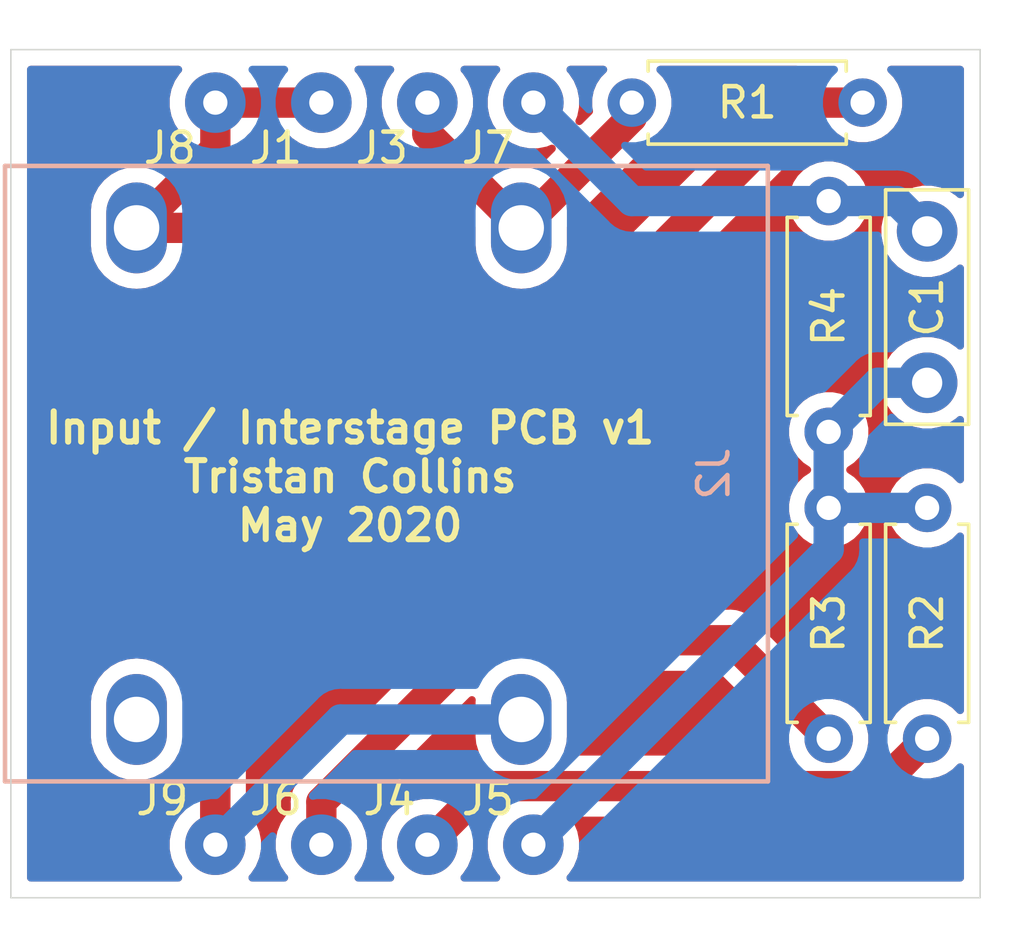
<source format=kicad_pcb>
(kicad_pcb (version 20171130) (host pcbnew "(5.1.5-0-10_14)")

  (general
    (thickness 1.6)
    (drawings 7)
    (tracks 34)
    (zones 0)
    (modules 14)
    (nets 7)
  )

  (page A4)
  (layers
    (0 F.Cu signal)
    (31 B.Cu signal)
    (32 B.Adhes user)
    (33 F.Adhes user)
    (34 B.Paste user)
    (35 F.Paste user)
    (36 B.SilkS user)
    (37 F.SilkS user)
    (38 B.Mask user)
    (39 F.Mask user)
    (40 Dwgs.User user)
    (41 Cmts.User user hide)
    (42 Eco1.User user)
    (43 Eco2.User user)
    (44 Edge.Cuts user)
    (45 Margin user)
    (46 B.CrtYd user)
    (47 F.CrtYd user)
    (48 B.Fab user)
    (49 F.Fab user)
  )

  (setup
    (last_trace_width 0.25)
    (user_trace_width 1)
    (trace_clearance 0.2)
    (zone_clearance 0.508)
    (zone_45_only no)
    (trace_min 0.2)
    (via_size 0.8)
    (via_drill 0.4)
    (via_min_size 0.4)
    (via_min_drill 0.3)
    (uvia_size 0.3)
    (uvia_drill 0.1)
    (uvias_allowed no)
    (uvia_min_size 0.2)
    (uvia_min_drill 0.1)
    (edge_width 0.05)
    (segment_width 0.2)
    (pcb_text_width 0.3)
    (pcb_text_size 1.5 1.5)
    (mod_edge_width 0.12)
    (mod_text_size 1 1)
    (mod_text_width 0.15)
    (pad_size 1.524 1.524)
    (pad_drill 0.762)
    (pad_to_mask_clearance 0.051)
    (solder_mask_min_width 0.25)
    (aux_axis_origin 0 0)
    (visible_elements FFFDFF7F)
    (pcbplotparams
      (layerselection 0x010fc_ffffffff)
      (usegerberextensions false)
      (usegerberattributes false)
      (usegerberadvancedattributes false)
      (creategerberjobfile false)
      (excludeedgelayer true)
      (linewidth 0.100000)
      (plotframeref false)
      (viasonmask false)
      (mode 1)
      (useauxorigin false)
      (hpglpennumber 1)
      (hpglpenspeed 20)
      (hpglpendiameter 15.000000)
      (psnegative false)
      (psa4output false)
      (plotreference true)
      (plotvalue false)
      (plotinvisibletext false)
      (padsonsilk false)
      (subtractmaskfromsilk false)
      (outputformat 1)
      (mirror false)
      (drillshape 0)
      (scaleselection 1)
      (outputdirectory "Gerbers"))
  )

  (net 0 "")
  (net 1 "Net-(C1-Pad1)")
  (net 2 "Net-(C1-Pad2)")
  (net 3 "Net-(J1-Pad1)")
  (net 4 "Net-(J2-PadT)")
  (net 5 "Net-(J4-Pad1)")
  (net 6 "Net-(J6-Pad1)")

  (net_class Default "This is the default net class."
    (clearance 0.2)
    (trace_width 0.25)
    (via_dia 0.8)
    (via_drill 0.4)
    (uvia_dia 0.3)
    (uvia_drill 0.1)
    (add_net "Net-(C1-Pad1)")
    (add_net "Net-(C1-Pad2)")
    (add_net "Net-(J1-Pad1)")
    (add_net "Net-(J2-PadT)")
    (add_net "Net-(J4-Pad1)")
    (add_net "Net-(J6-Pad1)")
  )

  (module Connector_Wire:SolderWirePad_1x01_Drill0.8mm (layer F.Cu) (tedit 5A2676A0) (tstamp 5EC59A50)
    (at 151.25 87.25 180)
    (descr "Wire solder connection")
    (tags connector)
    (path /5EC5EEC5)
    (attr virtual)
    (fp_text reference J7 (at 1.5 -1.5) (layer F.SilkS)
      (effects (font (size 1 1) (thickness 0.15)))
    )
    (fp_text value Conn_01x01_Male (at 0 2.54) (layer F.Fab)
      (effects (font (size 1 1) (thickness 0.15)))
    )
    (fp_line (start 1.5 1.5) (end -1.5 1.5) (layer F.CrtYd) (width 0.05))
    (fp_line (start 1.5 1.5) (end 1.5 -1.5) (layer F.CrtYd) (width 0.05))
    (fp_line (start -1.5 -1.5) (end -1.5 1.5) (layer F.CrtYd) (width 0.05))
    (fp_line (start -1.5 -1.5) (end 1.5 -1.5) (layer F.CrtYd) (width 0.05))
    (fp_text user %R (at 0 0) (layer F.Fab)
      (effects (font (size 1 1) (thickness 0.15)))
    )
    (pad 1 thru_hole circle (at 0 0 180) (size 1.99898 1.99898) (drill 0.8001) (layers *.Cu *.Mask)
      (net 1 "Net-(C1-Pad1)"))
  )

  (module Connector_Wire:SolderWirePad_1x01_Drill0.8mm (layer F.Cu) (tedit 5A2676A0) (tstamp 5EC585B5)
    (at 144.25 87.25)
    (descr "Wire solder connection")
    (tags connector)
    (path /5EC5936E)
    (attr virtual)
    (fp_text reference J1 (at -1.5 1.5) (layer F.SilkS)
      (effects (font (size 1 1) (thickness 0.15)))
    )
    (fp_text value Conn_01x01_Male (at 0 2.54) (layer F.Fab)
      (effects (font (size 1 1) (thickness 0.15)))
    )
    (fp_text user %R (at 0 0) (layer F.Fab)
      (effects (font (size 1 1) (thickness 0.15)))
    )
    (fp_line (start -1.5 -1.5) (end 1.5 -1.5) (layer F.CrtYd) (width 0.05))
    (fp_line (start -1.5 -1.5) (end -1.5 1.5) (layer F.CrtYd) (width 0.05))
    (fp_line (start 1.5 1.5) (end 1.5 -1.5) (layer F.CrtYd) (width 0.05))
    (fp_line (start 1.5 1.5) (end -1.5 1.5) (layer F.CrtYd) (width 0.05))
    (pad 1 thru_hole circle (at 0 0) (size 1.99898 1.99898) (drill 0.8001) (layers *.Cu *.Mask)
      (net 3 "Net-(J1-Pad1)"))
  )

  (module Resistor_THT:R_Axial_DIN0207_L6.3mm_D2.5mm_P7.62mm_Horizontal (layer F.Cu) (tedit 5AE5139B) (tstamp 5D965D2F)
    (at 164.25 108.25 90)
    (descr "Resistor, Axial_DIN0207 series, Axial, Horizontal, pin pitch=7.62mm, 0.25W = 1/4W, length*diameter=6.3*2.5mm^2, http://cdn-reichelt.de/documents/datenblatt/B400/1_4W%23YAG.pdf")
    (tags "Resistor Axial_DIN0207 series Axial Horizontal pin pitch 7.62mm 0.25W = 1/4W length 6.3mm diameter 2.5mm")
    (path /5D9472A8)
    (fp_text reference R2 (at 3.81 0 270) (layer F.SilkS)
      (effects (font (size 1 1) (thickness 0.15)))
    )
    (fp_text value 470k (at 3.81 2.37 270) (layer F.Fab)
      (effects (font (size 1 1) (thickness 0.15)))
    )
    (fp_text user %R (at 3.81 0 270) (layer F.Fab)
      (effects (font (size 1 1) (thickness 0.15)))
    )
    (fp_line (start 8.67 -1.5) (end -1.05 -1.5) (layer F.CrtYd) (width 0.05))
    (fp_line (start 8.67 1.5) (end 8.67 -1.5) (layer F.CrtYd) (width 0.05))
    (fp_line (start -1.05 1.5) (end 8.67 1.5) (layer F.CrtYd) (width 0.05))
    (fp_line (start -1.05 -1.5) (end -1.05 1.5) (layer F.CrtYd) (width 0.05))
    (fp_line (start 7.08 1.37) (end 7.08 1.04) (layer F.SilkS) (width 0.12))
    (fp_line (start 0.54 1.37) (end 7.08 1.37) (layer F.SilkS) (width 0.12))
    (fp_line (start 0.54 1.04) (end 0.54 1.37) (layer F.SilkS) (width 0.12))
    (fp_line (start 7.08 -1.37) (end 7.08 -1.04) (layer F.SilkS) (width 0.12))
    (fp_line (start 0.54 -1.37) (end 7.08 -1.37) (layer F.SilkS) (width 0.12))
    (fp_line (start 0.54 -1.04) (end 0.54 -1.37) (layer F.SilkS) (width 0.12))
    (fp_line (start 7.62 0) (end 6.96 0) (layer F.Fab) (width 0.1))
    (fp_line (start 0 0) (end 0.66 0) (layer F.Fab) (width 0.1))
    (fp_line (start 6.96 -1.25) (end 0.66 -1.25) (layer F.Fab) (width 0.1))
    (fp_line (start 6.96 1.25) (end 6.96 -1.25) (layer F.Fab) (width 0.1))
    (fp_line (start 0.66 1.25) (end 6.96 1.25) (layer F.Fab) (width 0.1))
    (fp_line (start 0.66 -1.25) (end 0.66 1.25) (layer F.Fab) (width 0.1))
    (pad 2 thru_hole oval (at 7.62 0 90) (size 1.6 1.6) (drill 0.8) (layers *.Cu *.Mask)
      (net 2 "Net-(C1-Pad2)"))
    (pad 1 thru_hole circle (at 0 0 90) (size 1.6 1.6) (drill 0.8) (layers *.Cu *.Mask)
      (net 5 "Net-(J4-Pad1)"))
    (model ${KISYS3DMOD}/Resistor_THT.3dshapes/R_Axial_DIN0207_L6.3mm_D2.5mm_P7.62mm_Horizontal.wrl
      (at (xyz 0 0 0))
      (scale (xyz 1 1 1))
      (rotate (xyz 0 0 0))
    )
  )

  (module Resistor_THT:R_Axial_DIN0207_L6.3mm_D2.5mm_P7.62mm_Horizontal (layer F.Cu) (tedit 5AE5139B) (tstamp 5D94A327)
    (at 161 108.25 90)
    (descr "Resistor, Axial_DIN0207 series, Axial, Horizontal, pin pitch=7.62mm, 0.25W = 1/4W, length*diameter=6.3*2.5mm^2, http://cdn-reichelt.de/documents/datenblatt/B400/1_4W%23YAG.pdf")
    (tags "Resistor Axial_DIN0207 series Axial Horizontal pin pitch 7.62mm 0.25W = 1/4W length 6.3mm diameter 2.5mm")
    (path /5D946ADB)
    (fp_text reference R3 (at 3.81 0 90) (layer F.SilkS)
      (effects (font (size 1 1) (thickness 0.15)))
    )
    (fp_text value 470k (at 3.81 2.37 90) (layer F.Fab)
      (effects (font (size 1 1) (thickness 0.15)))
    )
    (fp_line (start 0.66 -1.25) (end 0.66 1.25) (layer F.Fab) (width 0.1))
    (fp_line (start 0.66 1.25) (end 6.96 1.25) (layer F.Fab) (width 0.1))
    (fp_line (start 6.96 1.25) (end 6.96 -1.25) (layer F.Fab) (width 0.1))
    (fp_line (start 6.96 -1.25) (end 0.66 -1.25) (layer F.Fab) (width 0.1))
    (fp_line (start 0 0) (end 0.66 0) (layer F.Fab) (width 0.1))
    (fp_line (start 7.62 0) (end 6.96 0) (layer F.Fab) (width 0.1))
    (fp_line (start 0.54 -1.04) (end 0.54 -1.37) (layer F.SilkS) (width 0.12))
    (fp_line (start 0.54 -1.37) (end 7.08 -1.37) (layer F.SilkS) (width 0.12))
    (fp_line (start 7.08 -1.37) (end 7.08 -1.04) (layer F.SilkS) (width 0.12))
    (fp_line (start 0.54 1.04) (end 0.54 1.37) (layer F.SilkS) (width 0.12))
    (fp_line (start 0.54 1.37) (end 7.08 1.37) (layer F.SilkS) (width 0.12))
    (fp_line (start 7.08 1.37) (end 7.08 1.04) (layer F.SilkS) (width 0.12))
    (fp_line (start -1.05 -1.5) (end -1.05 1.5) (layer F.CrtYd) (width 0.05))
    (fp_line (start -1.05 1.5) (end 8.67 1.5) (layer F.CrtYd) (width 0.05))
    (fp_line (start 8.67 1.5) (end 8.67 -1.5) (layer F.CrtYd) (width 0.05))
    (fp_line (start 8.67 -1.5) (end -1.05 -1.5) (layer F.CrtYd) (width 0.05))
    (fp_text user %R (at 3.81 0 90) (layer F.Fab)
      (effects (font (size 1 1) (thickness 0.15)))
    )
    (pad 1 thru_hole circle (at 0 0 90) (size 1.6 1.6) (drill 0.8) (layers *.Cu *.Mask)
      (net 6 "Net-(J6-Pad1)"))
    (pad 2 thru_hole oval (at 7.62 0 90) (size 1.6 1.6) (drill 0.8) (layers *.Cu *.Mask)
      (net 2 "Net-(C1-Pad2)"))
    (model ${KISYS3DMOD}/Resistor_THT.3dshapes/R_Axial_DIN0207_L6.3mm_D2.5mm_P7.62mm_Horizontal.wrl
      (at (xyz 0 0 0))
      (scale (xyz 1 1 1))
      (rotate (xyz 0 0 0))
    )
  )

  (module Resistor_THT:R_Axial_DIN0207_L6.3mm_D2.5mm_P7.62mm_Horizontal (layer F.Cu) (tedit 5AE5139B) (tstamp 5D94A33E)
    (at 161 90.5 270)
    (descr "Resistor, Axial_DIN0207 series, Axial, Horizontal, pin pitch=7.62mm, 0.25W = 1/4W, length*diameter=6.3*2.5mm^2, http://cdn-reichelt.de/documents/datenblatt/B400/1_4W%23YAG.pdf")
    (tags "Resistor Axial_DIN0207 series Axial Horizontal pin pitch 7.62mm 0.25W = 1/4W length 6.3mm diameter 2.5mm")
    (path /5D946049)
    (fp_text reference R4 (at 3.81 0 90) (layer F.SilkS)
      (effects (font (size 1 1) (thickness 0.15)))
    )
    (fp_text value 470k (at 3.81 2.37 90) (layer F.Fab)
      (effects (font (size 1 1) (thickness 0.15)))
    )
    (fp_text user %R (at 3.81 0 90) (layer F.Fab)
      (effects (font (size 1 1) (thickness 0.15)))
    )
    (fp_line (start 8.67 -1.5) (end -1.05 -1.5) (layer F.CrtYd) (width 0.05))
    (fp_line (start 8.67 1.5) (end 8.67 -1.5) (layer F.CrtYd) (width 0.05))
    (fp_line (start -1.05 1.5) (end 8.67 1.5) (layer F.CrtYd) (width 0.05))
    (fp_line (start -1.05 -1.5) (end -1.05 1.5) (layer F.CrtYd) (width 0.05))
    (fp_line (start 7.08 1.37) (end 7.08 1.04) (layer F.SilkS) (width 0.12))
    (fp_line (start 0.54 1.37) (end 7.08 1.37) (layer F.SilkS) (width 0.12))
    (fp_line (start 0.54 1.04) (end 0.54 1.37) (layer F.SilkS) (width 0.12))
    (fp_line (start 7.08 -1.37) (end 7.08 -1.04) (layer F.SilkS) (width 0.12))
    (fp_line (start 0.54 -1.37) (end 7.08 -1.37) (layer F.SilkS) (width 0.12))
    (fp_line (start 0.54 -1.04) (end 0.54 -1.37) (layer F.SilkS) (width 0.12))
    (fp_line (start 7.62 0) (end 6.96 0) (layer F.Fab) (width 0.1))
    (fp_line (start 0 0) (end 0.66 0) (layer F.Fab) (width 0.1))
    (fp_line (start 6.96 -1.25) (end 0.66 -1.25) (layer F.Fab) (width 0.1))
    (fp_line (start 6.96 1.25) (end 6.96 -1.25) (layer F.Fab) (width 0.1))
    (fp_line (start 0.66 1.25) (end 6.96 1.25) (layer F.Fab) (width 0.1))
    (fp_line (start 0.66 -1.25) (end 0.66 1.25) (layer F.Fab) (width 0.1))
    (pad 2 thru_hole oval (at 7.62 0 270) (size 1.6 1.6) (drill 0.8) (layers *.Cu *.Mask)
      (net 2 "Net-(C1-Pad2)"))
    (pad 1 thru_hole circle (at 0 0 270) (size 1.6 1.6) (drill 0.8) (layers *.Cu *.Mask)
      (net 1 "Net-(C1-Pad1)"))
    (model ${KISYS3DMOD}/Resistor_THT.3dshapes/R_Axial_DIN0207_L6.3mm_D2.5mm_P7.62mm_Horizontal.wrl
      (at (xyz 0 0 0))
      (scale (xyz 1 1 1))
      (rotate (xyz 0 0 0))
    )
  )

  (module Connector_Wire:SolderWirePad_1x01_Drill0.8mm (layer F.Cu) (tedit 5A2676A0) (tstamp 5EC585BE)
    (at 147.75 87.25)
    (descr "Wire solder connection")
    (tags connector)
    (path /5EC5B131)
    (attr virtual)
    (fp_text reference J3 (at -1.5 1.5) (layer F.SilkS)
      (effects (font (size 1 1) (thickness 0.15)))
    )
    (fp_text value Conn_01x01_Male (at 0 2.54) (layer F.Fab)
      (effects (font (size 1 1) (thickness 0.15)))
    )
    (fp_line (start 1.5 1.5) (end -1.5 1.5) (layer F.CrtYd) (width 0.05))
    (fp_line (start 1.5 1.5) (end 1.5 -1.5) (layer F.CrtYd) (width 0.05))
    (fp_line (start -1.5 -1.5) (end -1.5 1.5) (layer F.CrtYd) (width 0.05))
    (fp_line (start -1.5 -1.5) (end 1.5 -1.5) (layer F.CrtYd) (width 0.05))
    (fp_text user %R (at 0 0) (layer F.Fab)
      (effects (font (size 1 1) (thickness 0.15)))
    )
    (pad 1 thru_hole circle (at 0 0) (size 1.99898 1.99898) (drill 0.8001) (layers *.Cu *.Mask)
      (net 4 "Net-(J2-PadT)"))
  )

  (module TCcustom:GuitarJack (layer B.Cu) (tedit 5D9F8910) (tstamp 5D965B8C)
    (at 144.5 99.5 180)
    (path /5D93B20C)
    (fp_text reference J2 (at -12.7 0 90) (layer B.SilkS)
      (effects (font (size 1 1) (thickness 0.15)) (justify mirror))
    )
    (fp_text value AudioJack2_Switch (at 0 0 180) (layer B.Fab)
      (effects (font (size 1 1) (thickness 0.15)) (justify mirror))
    )
    (fp_line (start -14.4907 -10.16) (end 10.6934 -10.16) (layer B.SilkS) (width 0.15))
    (fp_line (start 10.6934 -10.16) (end 10.6934 10.16) (layer B.SilkS) (width 0.15))
    (fp_line (start -14.4907 10.16) (end -14.49578 -10.16) (layer B.SilkS) (width 0.15))
    (fp_line (start -14.605 10.25) (end 10.834 10.25) (layer B.CrtYd) (width 0.05))
    (fp_line (start 10.834 10.25) (end 10.834 -10.25) (layer B.CrtYd) (width 0.05))
    (fp_line (start 10.834 -10.25) (end -14.605 -10.25) (layer B.CrtYd) (width 0.05))
    (fp_line (start -14.605 -10.25) (end -14.605 10.25) (layer B.CrtYd) (width 0.05))
    (fp_line (start -14.4907 10.16) (end 10.6934 10.16) (layer B.SilkS) (width 0.15))
    (pad T thru_hole oval (at -6.35 8.115 180) (size 2 3) (drill 1.5) (layers *.Cu *.Mask)
      (net 4 "Net-(J2-PadT)"))
    (pad TN thru_hole oval (at -6.35 -8.115 180) (size 2 3) (drill 1.5) (layers *.Cu *.Mask)
      (net 3 "Net-(J1-Pad1)"))
    (pad S thru_hole oval (at 6.35 8.115 180) (size 2 3) (drill 1.5) (layers *.Cu *.Mask)
      (net 3 "Net-(J1-Pad1)"))
    (pad SN thru_hole oval (at 6.35 -8.115 180) (size 2 3) (drill 1.5) (layers *.Cu *.Mask))
  )

  (module Resistor_THT:R_Axial_DIN0207_L6.3mm_D2.5mm_P7.62mm_Horizontal (layer F.Cu) (tedit 5AE5139B) (tstamp 5D94A2F9)
    (at 154.5 87.25)
    (descr "Resistor, Axial_DIN0207 series, Axial, Horizontal, pin pitch=7.62mm, 0.25W = 1/4W, length*diameter=6.3*2.5mm^2, http://cdn-reichelt.de/documents/datenblatt/B400/1_4W%23YAG.pdf")
    (tags "Resistor Axial_DIN0207 series Axial Horizontal pin pitch 7.62mm 0.25W = 1/4W length 6.3mm diameter 2.5mm")
    (path /5D93C431)
    (fp_text reference R1 (at 3.81 0 180) (layer F.SilkS)
      (effects (font (size 1 1) (thickness 0.15)))
    )
    (fp_text value 1Meg (at 3.81 2.37 180) (layer F.Fab)
      (effects (font (size 1 1) (thickness 0.15)))
    )
    (fp_line (start 0.66 -1.25) (end 0.66 1.25) (layer F.Fab) (width 0.1))
    (fp_line (start 0.66 1.25) (end 6.96 1.25) (layer F.Fab) (width 0.1))
    (fp_line (start 6.96 1.25) (end 6.96 -1.25) (layer F.Fab) (width 0.1))
    (fp_line (start 6.96 -1.25) (end 0.66 -1.25) (layer F.Fab) (width 0.1))
    (fp_line (start 0 0) (end 0.66 0) (layer F.Fab) (width 0.1))
    (fp_line (start 7.62 0) (end 6.96 0) (layer F.Fab) (width 0.1))
    (fp_line (start 0.54 -1.04) (end 0.54 -1.37) (layer F.SilkS) (width 0.12))
    (fp_line (start 0.54 -1.37) (end 7.08 -1.37) (layer F.SilkS) (width 0.12))
    (fp_line (start 7.08 -1.37) (end 7.08 -1.04) (layer F.SilkS) (width 0.12))
    (fp_line (start 0.54 1.04) (end 0.54 1.37) (layer F.SilkS) (width 0.12))
    (fp_line (start 0.54 1.37) (end 7.08 1.37) (layer F.SilkS) (width 0.12))
    (fp_line (start 7.08 1.37) (end 7.08 1.04) (layer F.SilkS) (width 0.12))
    (fp_line (start -1.05 -1.5) (end -1.05 1.5) (layer F.CrtYd) (width 0.05))
    (fp_line (start -1.05 1.5) (end 8.67 1.5) (layer F.CrtYd) (width 0.05))
    (fp_line (start 8.67 1.5) (end 8.67 -1.5) (layer F.CrtYd) (width 0.05))
    (fp_line (start 8.67 -1.5) (end -1.05 -1.5) (layer F.CrtYd) (width 0.05))
    (fp_text user %R (at 3.81 0 180) (layer F.Fab)
      (effects (font (size 1 1) (thickness 0.15)))
    )
    (pad 1 thru_hole circle (at 0 0) (size 1.6 1.6) (drill 0.8) (layers *.Cu *.Mask)
      (net 4 "Net-(J2-PadT)"))
    (pad 2 thru_hole oval (at 7.62 0) (size 1.6 1.6) (drill 0.8) (layers *.Cu *.Mask)
      (net 3 "Net-(J1-Pad1)"))
    (model ${KISYS3DMOD}/Resistor_THT.3dshapes/R_Axial_DIN0207_L6.3mm_D2.5mm_P7.62mm_Horizontal.wrl
      (at (xyz 0 0 0))
      (scale (xyz 1 1 1))
      (rotate (xyz 0 0 0))
    )
  )

  (module Connector_Wire:SolderWirePad_1x01_Drill0.8mm (layer F.Cu) (tedit 5A2676A0) (tstamp 5EC585C7)
    (at 147.75 111.75)
    (descr "Wire solder connection")
    (tags connector)
    (path /5EC5BDBA)
    (attr virtual)
    (fp_text reference J4 (at -1.25 -1.5) (layer F.SilkS)
      (effects (font (size 1 1) (thickness 0.15)))
    )
    (fp_text value Conn_01x01_Male (at 0 2.54) (layer F.Fab)
      (effects (font (size 1 1) (thickness 0.15)))
    )
    (fp_text user %R (at 0 0) (layer F.Fab)
      (effects (font (size 1 1) (thickness 0.15)))
    )
    (fp_line (start -1.5 -1.5) (end 1.5 -1.5) (layer F.CrtYd) (width 0.05))
    (fp_line (start -1.5 -1.5) (end -1.5 1.5) (layer F.CrtYd) (width 0.05))
    (fp_line (start 1.5 1.5) (end 1.5 -1.5) (layer F.CrtYd) (width 0.05))
    (fp_line (start 1.5 1.5) (end -1.5 1.5) (layer F.CrtYd) (width 0.05))
    (pad 1 thru_hole circle (at 0 0) (size 1.99898 1.99898) (drill 0.8001) (layers *.Cu *.Mask)
      (net 5 "Net-(J4-Pad1)"))
  )

  (module Connector_Wire:SolderWirePad_1x01_Drill0.8mm (layer F.Cu) (tedit 5A2676A0) (tstamp 5EC587C5)
    (at 151.25 111.75 180)
    (descr "Wire solder connection")
    (tags connector)
    (path /5EC5D5A4)
    (attr virtual)
    (fp_text reference J5 (at 1.5 1.5) (layer F.SilkS)
      (effects (font (size 1 1) (thickness 0.15)))
    )
    (fp_text value Conn_01x01_Male (at 0 2.54) (layer F.Fab)
      (effects (font (size 1 1) (thickness 0.15)))
    )
    (fp_line (start 1.5 1.5) (end -1.5 1.5) (layer F.CrtYd) (width 0.05))
    (fp_line (start 1.5 1.5) (end 1.5 -1.5) (layer F.CrtYd) (width 0.05))
    (fp_line (start -1.5 -1.5) (end -1.5 1.5) (layer F.CrtYd) (width 0.05))
    (fp_line (start -1.5 -1.5) (end 1.5 -1.5) (layer F.CrtYd) (width 0.05))
    (fp_text user %R (at 0 0) (layer F.Fab)
      (effects (font (size 1 1) (thickness 0.15)))
    )
    (pad 1 thru_hole circle (at 0 0 180) (size 1.99898 1.99898) (drill 0.8001) (layers *.Cu *.Mask)
      (net 2 "Net-(C1-Pad2)"))
  )

  (module Connector_Wire:SolderWirePad_1x01_Drill0.8mm (layer F.Cu) (tedit 5A2676A0) (tstamp 5EC585D9)
    (at 144.25 111.75 180)
    (descr "Wire solder connection")
    (tags connector)
    (path /5EC5DE52)
    (attr virtual)
    (fp_text reference J6 (at 1.5 1.5) (layer F.SilkS)
      (effects (font (size 1 1) (thickness 0.15)))
    )
    (fp_text value Conn_01x01_Male (at 0 2.54) (layer F.Fab)
      (effects (font (size 1 1) (thickness 0.15)))
    )
    (fp_text user %R (at 0 0) (layer F.Fab)
      (effects (font (size 1 1) (thickness 0.15)))
    )
    (fp_line (start -1.5 -1.5) (end 1.5 -1.5) (layer F.CrtYd) (width 0.05))
    (fp_line (start -1.5 -1.5) (end -1.5 1.5) (layer F.CrtYd) (width 0.05))
    (fp_line (start 1.5 1.5) (end 1.5 -1.5) (layer F.CrtYd) (width 0.05))
    (fp_line (start 1.5 1.5) (end -1.5 1.5) (layer F.CrtYd) (width 0.05))
    (pad 1 thru_hole circle (at 0 0 180) (size 1.99898 1.99898) (drill 0.8001) (layers *.Cu *.Mask)
      (net 6 "Net-(J6-Pad1)"))
  )

  (module Capacitor_THT:C_Disc_D7.5mm_W2.5mm_P5.00mm (layer F.Cu) (tedit 5AE50EF0) (tstamp 5EC58B60)
    (at 164.25 91.5 270)
    (descr "C, Disc series, Radial, pin pitch=5.00mm, , diameter*width=7.5*2.5mm^2, Capacitor, http://www.vishay.com/docs/28535/vy2series.pdf")
    (tags "C Disc series Radial pin pitch 5.00mm  diameter 7.5mm width 2.5mm Capacitor")
    (path /5D947DE2)
    (fp_text reference C1 (at 2.5 0 90) (layer F.SilkS)
      (effects (font (size 1 1) (thickness 0.15)))
    )
    (fp_text value 220p (at 2.5 2.5 90) (layer F.Fab)
      (effects (font (size 1 1) (thickness 0.15)))
    )
    (fp_line (start -1.25 -1.25) (end -1.25 1.25) (layer F.Fab) (width 0.1))
    (fp_line (start -1.25 1.25) (end 6.25 1.25) (layer F.Fab) (width 0.1))
    (fp_line (start 6.25 1.25) (end 6.25 -1.25) (layer F.Fab) (width 0.1))
    (fp_line (start 6.25 -1.25) (end -1.25 -1.25) (layer F.Fab) (width 0.1))
    (fp_line (start -1.37 -1.37) (end 6.37 -1.37) (layer F.SilkS) (width 0.12))
    (fp_line (start -1.37 1.37) (end 6.37 1.37) (layer F.SilkS) (width 0.12))
    (fp_line (start -1.37 -1.37) (end -1.37 1.37) (layer F.SilkS) (width 0.12))
    (fp_line (start 6.37 -1.37) (end 6.37 1.37) (layer F.SilkS) (width 0.12))
    (fp_line (start -1.5 -1.5) (end -1.5 1.5) (layer F.CrtYd) (width 0.05))
    (fp_line (start -1.5 1.5) (end 6.5 1.5) (layer F.CrtYd) (width 0.05))
    (fp_line (start 6.5 1.5) (end 6.5 -1.5) (layer F.CrtYd) (width 0.05))
    (fp_line (start 6.5 -1.5) (end -1.5 -1.5) (layer F.CrtYd) (width 0.05))
    (fp_text user %R (at 2.5 0 90) (layer F.Fab)
      (effects (font (size 1 1) (thickness 0.15)))
    )
    (pad 1 thru_hole circle (at 0 0 270) (size 2 2) (drill 1) (layers *.Cu *.Mask)
      (net 1 "Net-(C1-Pad1)"))
    (pad 2 thru_hole circle (at 5 0 270) (size 2 2) (drill 1) (layers *.Cu *.Mask)
      (net 2 "Net-(C1-Pad2)"))
    (model ${KISYS3DMOD}/Capacitor_THT.3dshapes/C_Disc_D7.5mm_W2.5mm_P5.00mm.wrl
      (at (xyz 0 0 0))
      (scale (xyz 1 1 1))
      (rotate (xyz 0 0 0))
    )
  )

  (module Connector_Wire:SolderWirePad_1x01_Drill0.8mm (layer F.Cu) (tedit 5A2676A0) (tstamp 5EC5904F)
    (at 140.75 87.25)
    (descr "Wire solder connection")
    (tags connector)
    (path /5ECA40D1)
    (attr virtual)
    (fp_text reference J8 (at -1.5 1.5) (layer F.SilkS)
      (effects (font (size 1 1) (thickness 0.15)))
    )
    (fp_text value Conn_01x01_Male (at 0 2.54) (layer F.Fab)
      (effects (font (size 1 1) (thickness 0.15)))
    )
    (fp_text user %R (at 0 0) (layer F.Fab)
      (effects (font (size 1 1) (thickness 0.15)))
    )
    (fp_line (start -1.5 -1.5) (end 1.5 -1.5) (layer F.CrtYd) (width 0.05))
    (fp_line (start -1.5 -1.5) (end -1.5 1.5) (layer F.CrtYd) (width 0.05))
    (fp_line (start 1.5 1.5) (end 1.5 -1.5) (layer F.CrtYd) (width 0.05))
    (fp_line (start 1.5 1.5) (end -1.5 1.5) (layer F.CrtYd) (width 0.05))
    (pad 1 thru_hole circle (at 0 0) (size 1.99898 1.99898) (drill 0.8001) (layers *.Cu *.Mask)
      (net 3 "Net-(J1-Pad1)"))
  )

  (module Connector_Wire:SolderWirePad_1x01_Drill0.8mm (layer F.Cu) (tedit 5A2676A0) (tstamp 5EC595C2)
    (at 140.75 111.75)
    (descr "Wire solder connection")
    (tags connector)
    (path /5ECACCF9)
    (attr virtual)
    (fp_text reference J9 (at -1.75 -1.5) (layer F.SilkS)
      (effects (font (size 1 1) (thickness 0.15)))
    )
    (fp_text value Conn_01x01_Male (at 0 2.54) (layer F.Fab)
      (effects (font (size 1 1) (thickness 0.15)))
    )
    (fp_text user %R (at 0 0) (layer F.Fab)
      (effects (font (size 1 1) (thickness 0.15)))
    )
    (fp_line (start -1.5 -1.5) (end 1.5 -1.5) (layer F.CrtYd) (width 0.05))
    (fp_line (start -1.5 -1.5) (end -1.5 1.5) (layer F.CrtYd) (width 0.05))
    (fp_line (start 1.5 1.5) (end 1.5 -1.5) (layer F.CrtYd) (width 0.05))
    (fp_line (start 1.5 1.5) (end -1.5 1.5) (layer F.CrtYd) (width 0.05))
    (pad 1 thru_hole circle (at 0 0) (size 1.99898 1.99898) (drill 0.8001) (layers *.Cu *.Mask)
      (net 3 "Net-(J1-Pad1)"))
  )

  (dimension 21 (width 0.15) (layer Cmts.User)
    (gr_text "21.000 mm" (at 176.55 99.5 90) (layer Cmts.User)
      (effects (font (size 1 1) (thickness 0.15)))
    )
    (feature1 (pts (xy 173.5 89) (xy 175.836421 89)))
    (feature2 (pts (xy 173.5 110) (xy 175.836421 110)))
    (crossbar (pts (xy 175.25 110) (xy 175.25 89)))
    (arrow1a (pts (xy 175.25 89) (xy 175.836421 90.126504)))
    (arrow1b (pts (xy 175.25 89) (xy 174.663579 90.126504)))
    (arrow2a (pts (xy 175.25 110) (xy 175.836421 108.873496)))
    (arrow2b (pts (xy 175.25 110) (xy 174.663579 108.873496)))
  )
  (dimension 39.5 (width 0.15) (layer Cmts.User)
    (gr_text "39.500 mm" (at 153.75 112.8) (layer Cmts.User)
      (effects (font (size 1 1) (thickness 0.15)))
    )
    (feature1 (pts (xy 173.5 110) (xy 173.5 112.086421)))
    (feature2 (pts (xy 134 110) (xy 134 112.086421)))
    (crossbar (pts (xy 134 111.5) (xy 173.5 111.5)))
    (arrow1a (pts (xy 173.5 111.5) (xy 172.373496 112.086421)))
    (arrow1b (pts (xy 173.5 111.5) (xy 172.373496 110.913579)))
    (arrow2a (pts (xy 134 111.5) (xy 135.126504 112.086421)))
    (arrow2b (pts (xy 134 111.5) (xy 135.126504 110.913579)))
  )
  (gr_text "Input / Interstage PCB v1\nTristan Collins\nMay 2020\n" (at 145.2 99.6) (layer F.SilkS)
    (effects (font (size 1 1) (thickness 0.2)))
  )
  (gr_line (start 166 85.5) (end 134 85.5) (layer Edge.Cuts) (width 0.05) (tstamp 5D946242))
  (gr_line (start 166 113.5) (end 166 85.5) (layer Edge.Cuts) (width 0.05) (tstamp 5EC42ED3))
  (gr_line (start 134 113.5) (end 166 113.5) (layer Edge.Cuts) (width 0.05))
  (gr_line (start 134 85.5) (end 134 113.5) (layer Edge.Cuts) (width 0.05))

  (segment (start 154.5 90.5) (end 161 90.5) (width 1) (layer B.Cu) (net 1) (status 20))
  (segment (start 151.25 87.25) (end 154.5 90.5) (width 1) (layer B.Cu) (net 1) (status 10))
  (segment (start 163.25 90.5) (end 164.25 91.5) (width 1) (layer B.Cu) (net 1) (status 20))
  (segment (start 161 90.5) (end 163.25 90.5) (width 1) (layer B.Cu) (net 1) (status 10))
  (segment (start 162.62 96.5) (end 161 98.12) (width 1) (layer B.Cu) (net 2) (status 20))
  (segment (start 164.25 96.5) (end 162.62 96.5) (width 1) (layer B.Cu) (net 2) (status 10))
  (segment (start 161 98.12) (end 161 100.63) (width 1) (layer B.Cu) (net 2) (status 30))
  (segment (start 161 100.63) (end 164.25 100.63) (width 1) (layer B.Cu) (net 2) (status 30))
  (segment (start 161 102) (end 161 100.63) (width 1) (layer B.Cu) (net 2) (status 20))
  (segment (start 151.25 111.75) (end 161 102) (width 1) (layer B.Cu) (net 2) (status 10))
  (segment (start 140.75 88.785) (end 138.15 91.385) (width 1) (layer F.Cu) (net 3) (status 20))
  (segment (start 140.75 87.25) (end 140.75 88.785) (width 1) (layer F.Cu) (net 3) (status 10))
  (segment (start 140.75 87.25) (end 144.25 87.25) (width 1) (layer F.Cu) (net 3) (status 30))
  (segment (start 140.15 91.385) (end 138.15 91.385) (width 1) (layer F.Cu) (net 3) (status 20))
  (segment (start 140.75 91.985) (end 140.15 91.385) (width 1) (layer F.Cu) (net 3))
  (segment (start 140.75 111.75) (end 140.75 91.985) (width 1) (layer F.Cu) (net 3) (status 10))
  (segment (start 140.75 106.75) (end 160.25 87.25) (width 1) (layer F.Cu) (net 3))
  (segment (start 160.25 87.25) (end 162.12 87.25) (width 1) (layer F.Cu) (net 3) (status 20))
  (segment (start 140.75 111.75) (end 140.75 106.75) (width 1) (layer F.Cu) (net 3) (status 10))
  (segment (start 144.885 107.615) (end 150.85 107.615) (width 1) (layer B.Cu) (net 3) (status 20))
  (segment (start 140.75 111.75) (end 144.885 107.615) (width 1) (layer B.Cu) (net 3) (status 10))
  (segment (start 147.75 88.285) (end 150.85 91.385) (width 1) (layer F.Cu) (net 4) (status 20))
  (segment (start 147.75 87.25) (end 147.75 88.285) (width 1) (layer F.Cu) (net 4) (status 10))
  (segment (start 154.5 87.735) (end 154.5 87.25) (width 1) (layer F.Cu) (net 4) (status 30))
  (segment (start 150.85 91.385) (end 154.5 87.735) (width 1) (layer F.Cu) (net 4) (status 30))
  (segment (start 162.68499 109.81501) (end 163.450001 109.049999) (width 1) (layer F.Cu) (net 5))
  (segment (start 149.68499 109.81501) (end 162.68499 109.81501) (width 1) (layer F.Cu) (net 5))
  (segment (start 163.450001 109.049999) (end 164.25 108.25) (width 1) (layer F.Cu) (net 5) (status 20))
  (segment (start 147.75 111.75) (end 149.68499 109.81501) (width 1) (layer F.Cu) (net 5) (status 10))
  (segment (start 160.200001 107.450001) (end 161 108.25) (width 1) (layer F.Cu) (net 6) (status 20))
  (segment (start 157.75 105) (end 160.200001 107.450001) (width 1) (layer F.Cu) (net 6))
  (segment (start 149.586508 105) (end 157.75 105) (width 1) (layer F.Cu) (net 6))
  (segment (start 144.25 110.336508) (end 149.586508 105) (width 1) (layer F.Cu) (net 6))
  (segment (start 144.25 111.75) (end 144.25 110.336508) (width 1) (layer F.Cu) (net 6) (status 10))

  (zone (net 0) (net_name "") (layer B.Cu) (tstamp 5EC430BD) (hatch edge 0.508)
    (connect_pads (clearance 0.508))
    (min_thickness 0.254)
    (fill yes (arc_segments 32) (thermal_gap 0.508) (thermal_bridge_width 0.508))
    (polygon
      (pts
        (xy 166 113.5) (xy 134 113.5) (xy 134 85.5) (xy 166 85.5)
      )
    )
    (filled_polygon
      (pts
        (xy 142.61551 111.589017) (xy 142.61551 111.910983) (xy 142.678322 112.226763) (xy 142.801533 112.524222) (xy 142.980408 112.791927)
        (xy 143.028481 112.84) (xy 141.971519 112.84) (xy 142.019592 112.791927) (xy 142.198467 112.524222) (xy 142.321678 112.226763)
        (xy 142.38449 111.910983) (xy 142.38449 111.720641) (xy 142.64019 111.464941)
      )
    )
    (filled_polygon
      (pts
        (xy 139.480408 86.208073) (xy 139.301533 86.475778) (xy 139.178322 86.773237) (xy 139.11551 87.089017) (xy 139.11551 87.410983)
        (xy 139.178322 87.726763) (xy 139.301533 88.024222) (xy 139.480408 88.291927) (xy 139.708073 88.519592) (xy 139.975778 88.698467)
        (xy 140.273237 88.821678) (xy 140.589017 88.88449) (xy 140.910983 88.88449) (xy 141.226763 88.821678) (xy 141.524222 88.698467)
        (xy 141.791927 88.519592) (xy 142.019592 88.291927) (xy 142.198467 88.024222) (xy 142.321678 87.726763) (xy 142.38449 87.410983)
        (xy 142.38449 87.089017) (xy 142.321678 86.773237) (xy 142.198467 86.475778) (xy 142.019592 86.208073) (xy 141.971519 86.16)
        (xy 143.028481 86.16) (xy 142.980408 86.208073) (xy 142.801533 86.475778) (xy 142.678322 86.773237) (xy 142.61551 87.089017)
        (xy 142.61551 87.410983) (xy 142.678322 87.726763) (xy 142.801533 88.024222) (xy 142.980408 88.291927) (xy 143.208073 88.519592)
        (xy 143.475778 88.698467) (xy 143.773237 88.821678) (xy 144.089017 88.88449) (xy 144.410983 88.88449) (xy 144.726763 88.821678)
        (xy 145.024222 88.698467) (xy 145.291927 88.519592) (xy 145.519592 88.291927) (xy 145.698467 88.024222) (xy 145.821678 87.726763)
        (xy 145.88449 87.410983) (xy 145.88449 87.089017) (xy 145.821678 86.773237) (xy 145.698467 86.475778) (xy 145.519592 86.208073)
        (xy 145.471519 86.16) (xy 146.528481 86.16) (xy 146.480408 86.208073) (xy 146.301533 86.475778) (xy 146.178322 86.773237)
        (xy 146.11551 87.089017) (xy 146.11551 87.410983) (xy 146.178322 87.726763) (xy 146.301533 88.024222) (xy 146.480408 88.291927)
        (xy 146.708073 88.519592) (xy 146.975778 88.698467) (xy 147.273237 88.821678) (xy 147.589017 88.88449) (xy 147.910983 88.88449)
        (xy 148.226763 88.821678) (xy 148.524222 88.698467) (xy 148.791927 88.519592) (xy 149.019592 88.291927) (xy 149.198467 88.024222)
        (xy 149.321678 87.726763) (xy 149.38449 87.410983) (xy 149.38449 87.089017) (xy 149.321678 86.773237) (xy 149.198467 86.475778)
        (xy 149.019592 86.208073) (xy 148.971519 86.16) (xy 150.028481 86.16) (xy 149.980408 86.208073) (xy 149.801533 86.475778)
        (xy 149.678322 86.773237) (xy 149.61551 87.089017) (xy 149.61551 87.410983) (xy 149.678322 87.726763) (xy 149.801533 88.024222)
        (xy 149.980408 88.291927) (xy 150.208073 88.519592) (xy 150.475778 88.698467) (xy 150.773237 88.821678) (xy 151.089017 88.88449)
        (xy 151.279359 88.88449) (xy 153.658009 91.263141) (xy 153.693551 91.306449) (xy 153.866377 91.448284) (xy 153.963132 91.5)
        (xy 154.063553 91.553676) (xy 154.277501 91.618577) (xy 154.499999 91.640491) (xy 154.555751 91.635) (xy 160.115716 91.635)
        (xy 160.320273 91.77168) (xy 160.581426 91.879853) (xy 160.858665 91.935) (xy 161.141335 91.935) (xy 161.418574 91.879853)
        (xy 161.679727 91.77168) (xy 161.884284 91.635) (xy 162.615 91.635) (xy 162.615 91.661033) (xy 162.677832 91.976912)
        (xy 162.801082 92.274463) (xy 162.980013 92.542252) (xy 163.207748 92.769987) (xy 163.475537 92.948918) (xy 163.773088 93.072168)
        (xy 164.088967 93.135) (xy 164.411033 93.135) (xy 164.726912 93.072168) (xy 165.024463 92.948918) (xy 165.292252 92.769987)
        (xy 165.340001 92.722238) (xy 165.340001 95.277762) (xy 165.292252 95.230013) (xy 165.024463 95.051082) (xy 164.726912 94.927832)
        (xy 164.411033 94.865) (xy 164.088967 94.865) (xy 163.773088 94.927832) (xy 163.475537 95.051082) (xy 163.207748 95.230013)
        (xy 163.072761 95.365) (xy 162.675751 95.365) (xy 162.62 95.359509) (xy 162.564248 95.365) (xy 162.397501 95.381423)
        (xy 162.183553 95.446324) (xy 161.986377 95.551716) (xy 161.813551 95.693551) (xy 161.778009 95.73686) (xy 160.822718 96.69215)
        (xy 160.581426 96.740147) (xy 160.320273 96.84832) (xy 160.085241 97.005363) (xy 159.885363 97.205241) (xy 159.72832 97.440273)
        (xy 159.620147 97.701426) (xy 159.565 97.978665) (xy 159.565 98.261335) (xy 159.620147 98.538574) (xy 159.72832 98.799727)
        (xy 159.865 99.004284) (xy 159.865001 99.745715) (xy 159.72832 99.950273) (xy 159.620147 100.211426) (xy 159.565 100.488665)
        (xy 159.565 100.771335) (xy 159.620147 101.048574) (xy 159.72832 101.309727) (xy 159.865 101.514284) (xy 159.865 101.529868)
        (xy 151.279359 110.11551) (xy 151.089017 110.11551) (xy 150.773237 110.178322) (xy 150.475778 110.301533) (xy 150.208073 110.480408)
        (xy 149.980408 110.708073) (xy 149.801533 110.975778) (xy 149.678322 111.273237) (xy 149.61551 111.589017) (xy 149.61551 111.910983)
        (xy 149.678322 112.226763) (xy 149.801533 112.524222) (xy 149.980408 112.791927) (xy 150.028481 112.84) (xy 148.971519 112.84)
        (xy 149.019592 112.791927) (xy 149.198467 112.524222) (xy 149.321678 112.226763) (xy 149.38449 111.910983) (xy 149.38449 111.589017)
        (xy 149.321678 111.273237) (xy 149.198467 110.975778) (xy 149.019592 110.708073) (xy 148.791927 110.480408) (xy 148.524222 110.301533)
        (xy 148.226763 110.178322) (xy 147.910983 110.11551) (xy 147.589017 110.11551) (xy 147.273237 110.178322) (xy 146.975778 110.301533)
        (xy 146.708073 110.480408) (xy 146.480408 110.708073) (xy 146.301533 110.975778) (xy 146.178322 111.273237) (xy 146.11551 111.589017)
        (xy 146.11551 111.910983) (xy 146.178322 112.226763) (xy 146.301533 112.524222) (xy 146.480408 112.791927) (xy 146.528481 112.84)
        (xy 145.471519 112.84) (xy 145.519592 112.791927) (xy 145.698467 112.524222) (xy 145.821678 112.226763) (xy 145.88449 111.910983)
        (xy 145.88449 111.589017) (xy 145.821678 111.273237) (xy 145.698467 110.975778) (xy 145.519592 110.708073) (xy 145.291927 110.480408)
        (xy 145.024222 110.301533) (xy 144.726763 110.178322) (xy 144.410983 110.11551) (xy 144.089017 110.11551) (xy 143.964942 110.14019)
        (xy 145.355132 108.75) (xy 149.335508 108.75) (xy 149.483969 109.027751) (xy 149.688286 109.276714) (xy 149.937248 109.481031)
        (xy 150.221285 109.632852) (xy 150.529484 109.726343) (xy 150.85 109.757911) (xy 151.170515 109.726343) (xy 151.478714 109.632852)
        (xy 151.762751 109.481031) (xy 152.011714 109.276714) (xy 152.216031 109.027752) (xy 152.367852 108.743715) (xy 152.461343 108.435516)
        (xy 152.485 108.195322) (xy 152.485 107.034678) (xy 152.461343 106.794484) (xy 152.367852 106.486285) (xy 152.216031 106.202248)
        (xy 152.011714 105.953286) (xy 151.762752 105.748969) (xy 151.478715 105.597148) (xy 151.170516 105.503657) (xy 150.85 105.472089)
        (xy 150.529485 105.503657) (xy 150.221286 105.597148) (xy 149.937249 105.748969) (xy 149.688287 105.953286) (xy 149.48397 106.202248)
        (xy 149.335507 106.48) (xy 144.940751 106.48) (xy 144.884999 106.474509) (xy 144.829248 106.48) (xy 144.662501 106.496423)
        (xy 144.448553 106.561324) (xy 144.251377 106.666716) (xy 144.078551 106.808551) (xy 144.043009 106.851859) (xy 140.779359 110.11551)
        (xy 140.589017 110.11551) (xy 140.273237 110.178322) (xy 139.975778 110.301533) (xy 139.708073 110.480408) (xy 139.480408 110.708073)
        (xy 139.301533 110.975778) (xy 139.178322 111.273237) (xy 139.11551 111.589017) (xy 139.11551 111.910983) (xy 139.178322 112.226763)
        (xy 139.301533 112.524222) (xy 139.480408 112.791927) (xy 139.528481 112.84) (xy 134.66 112.84) (xy 134.66 107.034678)
        (xy 136.515 107.034678) (xy 136.515 108.195321) (xy 136.538657 108.435515) (xy 136.632148 108.743714) (xy 136.783969 109.027751)
        (xy 136.988286 109.276714) (xy 137.237248 109.481031) (xy 137.521285 109.632852) (xy 137.829484 109.726343) (xy 138.15 109.757911)
        (xy 138.470515 109.726343) (xy 138.778714 109.632852) (xy 139.062751 109.481031) (xy 139.311714 109.276714) (xy 139.516031 109.027752)
        (xy 139.667852 108.743715) (xy 139.761343 108.435516) (xy 139.785 108.195322) (xy 139.785 107.034678) (xy 139.761343 106.794484)
        (xy 139.667852 106.486285) (xy 139.516031 106.202248) (xy 139.311714 105.953286) (xy 139.062752 105.748969) (xy 138.778715 105.597148)
        (xy 138.470516 105.503657) (xy 138.15 105.472089) (xy 137.829485 105.503657) (xy 137.521286 105.597148) (xy 137.237249 105.748969)
        (xy 136.988287 105.953286) (xy 136.78397 106.202248) (xy 136.632148 106.486285) (xy 136.538657 106.794484) (xy 136.515 107.034678)
        (xy 134.66 107.034678) (xy 134.66 90.804678) (xy 136.515 90.804678) (xy 136.515 91.965321) (xy 136.538657 92.205515)
        (xy 136.632148 92.513714) (xy 136.783969 92.797751) (xy 136.988286 93.046714) (xy 137.237248 93.251031) (xy 137.521285 93.402852)
        (xy 137.829484 93.496343) (xy 138.15 93.527911) (xy 138.470515 93.496343) (xy 138.778714 93.402852) (xy 139.062751 93.251031)
        (xy 139.311714 93.046714) (xy 139.516031 92.797752) (xy 139.667852 92.513715) (xy 139.761343 92.205516) (xy 139.785 91.965322)
        (xy 139.785 90.804678) (xy 149.215 90.804678) (xy 149.215 91.965321) (xy 149.238657 92.205515) (xy 149.332148 92.513714)
        (xy 149.483969 92.797751) (xy 149.688286 93.046714) (xy 149.937248 93.251031) (xy 150.221285 93.402852) (xy 150.529484 93.496343)
        (xy 150.85 93.527911) (xy 151.170515 93.496343) (xy 151.478714 93.402852) (xy 151.762751 93.251031) (xy 152.011714 93.046714)
        (xy 152.216031 92.797752) (xy 152.367852 92.513715) (xy 152.461343 92.205516) (xy 152.485 91.965322) (xy 152.485 90.804678)
        (xy 152.461343 90.564484) (xy 152.367852 90.256285) (xy 152.216031 89.972248) (xy 152.011714 89.723286) (xy 151.762752 89.518969)
        (xy 151.478715 89.367148) (xy 151.170516 89.273657) (xy 150.85 89.242089) (xy 150.529485 89.273657) (xy 150.221286 89.367148)
        (xy 149.937249 89.518969) (xy 149.688287 89.723286) (xy 149.48397 89.972248) (xy 149.332148 90.256285) (xy 149.238657 90.564484)
        (xy 149.215 90.804678) (xy 139.785 90.804678) (xy 139.761343 90.564484) (xy 139.667852 90.256285) (xy 139.516031 89.972248)
        (xy 139.311714 89.723286) (xy 139.062752 89.518969) (xy 138.778715 89.367148) (xy 138.470516 89.273657) (xy 138.15 89.242089)
        (xy 137.829485 89.273657) (xy 137.521286 89.367148) (xy 137.237249 89.518969) (xy 136.988287 89.723286) (xy 136.78397 89.972248)
        (xy 136.632148 90.256285) (xy 136.538657 90.564484) (xy 136.515 90.804678) (xy 134.66 90.804678) (xy 134.66 86.16)
        (xy 139.528481 86.16)
      )
    )
    (filled_polygon
      (pts
        (xy 165.34 107.310604) (xy 165.164759 107.135363) (xy 164.929727 106.97832) (xy 164.668574 106.870147) (xy 164.391335 106.815)
        (xy 164.108665 106.815) (xy 163.831426 106.870147) (xy 163.570273 106.97832) (xy 163.335241 107.135363) (xy 163.135363 107.335241)
        (xy 162.97832 107.570273) (xy 162.870147 107.831426) (xy 162.815 108.108665) (xy 162.815 108.391335) (xy 162.870147 108.668574)
        (xy 162.97832 108.929727) (xy 163.135363 109.164759) (xy 163.335241 109.364637) (xy 163.570273 109.52168) (xy 163.831426 109.629853)
        (xy 164.108665 109.685) (xy 164.391335 109.685) (xy 164.668574 109.629853) (xy 164.929727 109.52168) (xy 165.164759 109.364637)
        (xy 165.34 109.189396) (xy 165.34 112.84) (xy 152.471519 112.84) (xy 152.519592 112.791927) (xy 152.698467 112.524222)
        (xy 152.821678 112.226763) (xy 152.88449 111.910983) (xy 152.88449 111.720641) (xy 156.496466 108.108665) (xy 159.565 108.108665)
        (xy 159.565 108.391335) (xy 159.620147 108.668574) (xy 159.72832 108.929727) (xy 159.885363 109.164759) (xy 160.085241 109.364637)
        (xy 160.320273 109.52168) (xy 160.581426 109.629853) (xy 160.858665 109.685) (xy 161.141335 109.685) (xy 161.418574 109.629853)
        (xy 161.679727 109.52168) (xy 161.914759 109.364637) (xy 162.114637 109.164759) (xy 162.27168 108.929727) (xy 162.379853 108.668574)
        (xy 162.435 108.391335) (xy 162.435 108.108665) (xy 162.379853 107.831426) (xy 162.27168 107.570273) (xy 162.114637 107.335241)
        (xy 161.914759 107.135363) (xy 161.679727 106.97832) (xy 161.418574 106.870147) (xy 161.141335 106.815) (xy 160.858665 106.815)
        (xy 160.581426 106.870147) (xy 160.320273 106.97832) (xy 160.085241 107.135363) (xy 159.885363 107.335241) (xy 159.72832 107.570273)
        (xy 159.620147 107.831426) (xy 159.565 108.108665) (xy 156.496466 108.108665) (xy 161.763141 102.841991) (xy 161.806449 102.806449)
        (xy 161.948284 102.633623) (xy 162.053676 102.436447) (xy 162.118577 102.222499) (xy 162.135 102.055752) (xy 162.135 102.055745)
        (xy 162.14049 102.000001) (xy 162.135 101.944257) (xy 162.135 101.765) (xy 163.365716 101.765) (xy 163.570273 101.90168)
        (xy 163.831426 102.009853) (xy 164.108665 102.065) (xy 164.391335 102.065) (xy 164.668574 102.009853) (xy 164.929727 101.90168)
        (xy 165.164759 101.744637) (xy 165.34 101.569396)
      )
    )
    (filled_polygon
      (pts
        (xy 163.207748 97.769987) (xy 163.475537 97.948918) (xy 163.773088 98.072168) (xy 164.088967 98.135) (xy 164.411033 98.135)
        (xy 164.726912 98.072168) (xy 165.024463 97.948918) (xy 165.292252 97.769987) (xy 165.340001 97.722238) (xy 165.34 99.690604)
        (xy 165.164759 99.515363) (xy 164.929727 99.35832) (xy 164.668574 99.250147) (xy 164.391335 99.195) (xy 164.108665 99.195)
        (xy 163.831426 99.250147) (xy 163.570273 99.35832) (xy 163.365716 99.495) (xy 162.135 99.495) (xy 162.135 99.004284)
        (xy 162.27168 98.799727) (xy 162.379853 98.538574) (xy 162.42785 98.297282) (xy 163.081446 97.643685)
      )
    )
    (filled_polygon
      (pts
        (xy 161.005363 86.335241) (xy 160.84832 86.570273) (xy 160.740147 86.831426) (xy 160.685 87.108665) (xy 160.685 87.391335)
        (xy 160.740147 87.668574) (xy 160.84832 87.929727) (xy 161.005363 88.164759) (xy 161.205241 88.364637) (xy 161.440273 88.52168)
        (xy 161.701426 88.629853) (xy 161.978665 88.685) (xy 162.261335 88.685) (xy 162.538574 88.629853) (xy 162.799727 88.52168)
        (xy 163.034759 88.364637) (xy 163.234637 88.164759) (xy 163.39168 87.929727) (xy 163.499853 87.668574) (xy 163.555 87.391335)
        (xy 163.555 87.108665) (xy 163.499853 86.831426) (xy 163.39168 86.570273) (xy 163.234637 86.335241) (xy 163.059396 86.16)
        (xy 165.340001 86.16) (xy 165.340001 90.277762) (xy 165.292252 90.230013) (xy 165.024463 90.051082) (xy 164.726912 89.927832)
        (xy 164.411033 89.865) (xy 164.220131 89.865) (xy 164.091995 89.736864) (xy 164.056449 89.693551) (xy 163.883623 89.551716)
        (xy 163.686447 89.446324) (xy 163.472499 89.381423) (xy 163.305752 89.365) (xy 163.305751 89.365) (xy 163.25 89.359509)
        (xy 163.194249 89.365) (xy 161.884284 89.365) (xy 161.679727 89.22832) (xy 161.418574 89.120147) (xy 161.141335 89.065)
        (xy 160.858665 89.065) (xy 160.581426 89.120147) (xy 160.320273 89.22832) (xy 160.115716 89.365) (xy 154.970132 89.365)
        (xy 154.273114 88.667983) (xy 154.358665 88.685) (xy 154.641335 88.685) (xy 154.918574 88.629853) (xy 155.179727 88.52168)
        (xy 155.414759 88.364637) (xy 155.614637 88.164759) (xy 155.77168 87.929727) (xy 155.879853 87.668574) (xy 155.935 87.391335)
        (xy 155.935 87.108665) (xy 155.879853 86.831426) (xy 155.77168 86.570273) (xy 155.614637 86.335241) (xy 155.439396 86.16)
        (xy 161.180604 86.16)
      )
    )
    (filled_polygon
      (pts
        (xy 153.385363 86.335241) (xy 153.22832 86.570273) (xy 153.120147 86.831426) (xy 153.065 87.108665) (xy 153.065 87.391335)
        (xy 153.082017 87.476886) (xy 152.88449 87.279359) (xy 152.88449 87.089017) (xy 152.821678 86.773237) (xy 152.698467 86.475778)
        (xy 152.519592 86.208073) (xy 152.471519 86.16) (xy 153.560604 86.16)
      )
    )
  )
  (zone (net 0) (net_name "") (layer F.Cu) (tstamp 5EC430BA) (hatch edge 0.508)
    (connect_pads (clearance 0.508))
    (min_thickness 0.254)
    (fill yes (arc_segments 32) (thermal_gap 0.508) (thermal_bridge_width 0.508))
    (polygon
      (pts
        (xy 166 113.5) (xy 134 113.5) (xy 134 85.5) (xy 166 85.5)
      )
    )
    (filled_polygon
      (pts
        (xy 139.480408 86.208073) (xy 139.301533 86.475778) (xy 139.178322 86.773237) (xy 139.11551 87.089017) (xy 139.11551 87.410983)
        (xy 139.178322 87.726763) (xy 139.301533 88.024222) (xy 139.480408 88.291927) (xy 139.559175 88.370694) (xy 138.612992 89.316877)
        (xy 138.470516 89.273657) (xy 138.15 89.242089) (xy 137.829485 89.273657) (xy 137.521286 89.367148) (xy 137.237249 89.518969)
        (xy 136.988287 89.723286) (xy 136.78397 89.972248) (xy 136.632148 90.256285) (xy 136.538657 90.564484) (xy 136.515 90.804678)
        (xy 136.515 91.965321) (xy 136.538657 92.205515) (xy 136.632148 92.513714) (xy 136.783969 92.797751) (xy 136.988286 93.046714)
        (xy 137.237248 93.251031) (xy 137.521285 93.402852) (xy 137.829484 93.496343) (xy 138.15 93.527911) (xy 138.470515 93.496343)
        (xy 138.778714 93.402852) (xy 139.062751 93.251031) (xy 139.311714 93.046714) (xy 139.516031 92.797752) (xy 139.615001 92.612592)
        (xy 139.615 106.387406) (xy 139.516031 106.202248) (xy 139.311714 105.953286) (xy 139.062752 105.748969) (xy 138.778715 105.597148)
        (xy 138.470516 105.503657) (xy 138.15 105.472089) (xy 137.829485 105.503657) (xy 137.521286 105.597148) (xy 137.237249 105.748969)
        (xy 136.988287 105.953286) (xy 136.78397 106.202248) (xy 136.632148 106.486285) (xy 136.538657 106.794484) (xy 136.515 107.034678)
        (xy 136.515 108.195321) (xy 136.538657 108.435515) (xy 136.632148 108.743714) (xy 136.783969 109.027751) (xy 136.988286 109.276714)
        (xy 137.237248 109.481031) (xy 137.521285 109.632852) (xy 137.829484 109.726343) (xy 138.15 109.757911) (xy 138.470515 109.726343)
        (xy 138.778714 109.632852) (xy 139.062751 109.481031) (xy 139.311714 109.276714) (xy 139.516031 109.027752) (xy 139.615 108.842594)
        (xy 139.615 110.573481) (xy 139.480408 110.708073) (xy 139.301533 110.975778) (xy 139.178322 111.273237) (xy 139.11551 111.589017)
        (xy 139.11551 111.910983) (xy 139.178322 112.226763) (xy 139.301533 112.524222) (xy 139.480408 112.791927) (xy 139.528481 112.84)
        (xy 134.66 112.84) (xy 134.66 86.16) (xy 139.528481 86.16)
      )
    )
    (filled_polygon
      (pts
        (xy 165.34 112.84) (xy 152.471519 112.84) (xy 152.519592 112.791927) (xy 152.698467 112.524222) (xy 152.821678 112.226763)
        (xy 152.88449 111.910983) (xy 152.88449 111.589017) (xy 152.821678 111.273237) (xy 152.698467 110.975778) (xy 152.681249 110.95001)
        (xy 162.629239 110.95001) (xy 162.68499 110.955501) (xy 162.740741 110.95001) (xy 162.740742 110.95001) (xy 162.907489 110.933587)
        (xy 163.121437 110.868686) (xy 163.318613 110.763294) (xy 163.491439 110.621459) (xy 163.526985 110.578146) (xy 164.291989 109.813143)
        (xy 164.291993 109.813138) (xy 164.427282 109.67785) (xy 164.668574 109.629853) (xy 164.929727 109.52168) (xy 165.164759 109.364637)
        (xy 165.34 109.189396)
      )
    )
    (filled_polygon
      (pts
        (xy 149.215 107.034678) (xy 149.215 108.195321) (xy 149.238657 108.435515) (xy 149.329998 108.736625) (xy 149.248543 108.761334)
        (xy 149.051367 108.866726) (xy 148.878541 109.008561) (xy 148.843001 109.051867) (xy 147.779359 110.11551) (xy 147.589017 110.11551)
        (xy 147.273237 110.178322) (xy 146.975778 110.301533) (xy 146.708073 110.480408) (xy 146.480408 110.708073) (xy 146.301533 110.975778)
        (xy 146.178322 111.273237) (xy 146.11551 111.589017) (xy 146.11551 111.910983) (xy 146.178322 112.226763) (xy 146.301533 112.524222)
        (xy 146.480408 112.791927) (xy 146.528481 112.84) (xy 145.471519 112.84) (xy 145.519592 112.791927) (xy 145.698467 112.524222)
        (xy 145.821678 112.226763) (xy 145.88449 111.910983) (xy 145.88449 111.589017) (xy 145.821678 111.273237) (xy 145.698467 110.975778)
        (xy 145.519592 110.708073) (xy 145.501579 110.69006) (xy 149.221341 106.970299)
      )
    )
    (filled_polygon
      (pts
        (xy 149.61551 111.589017) (xy 149.61551 111.910983) (xy 149.678322 112.226763) (xy 149.801533 112.524222) (xy 149.980408 112.791927)
        (xy 150.028481 112.84) (xy 148.971519 112.84) (xy 149.019592 112.791927) (xy 149.198467 112.524222) (xy 149.321678 112.226763)
        (xy 149.38449 111.910983) (xy 149.38449 111.720641) (xy 149.64019 111.464942)
      )
    )
    (filled_polygon
      (pts
        (xy 165.340001 90.277762) (xy 165.292252 90.230013) (xy 165.024463 90.051082) (xy 164.726912 89.927832) (xy 164.411033 89.865)
        (xy 164.088967 89.865) (xy 163.773088 89.927832) (xy 163.475537 90.051082) (xy 163.207748 90.230013) (xy 162.980013 90.457748)
        (xy 162.801082 90.725537) (xy 162.677832 91.023088) (xy 162.615 91.338967) (xy 162.615 91.661033) (xy 162.677832 91.976912)
        (xy 162.801082 92.274463) (xy 162.980013 92.542252) (xy 163.207748 92.769987) (xy 163.475537 92.948918) (xy 163.773088 93.072168)
        (xy 164.088967 93.135) (xy 164.411033 93.135) (xy 164.726912 93.072168) (xy 165.024463 92.948918) (xy 165.292252 92.769987)
        (xy 165.340001 92.722238) (xy 165.340001 95.277762) (xy 165.292252 95.230013) (xy 165.024463 95.051082) (xy 164.726912 94.927832)
        (xy 164.411033 94.865) (xy 164.088967 94.865) (xy 163.773088 94.927832) (xy 163.475537 95.051082) (xy 163.207748 95.230013)
        (xy 162.980013 95.457748) (xy 162.801082 95.725537) (xy 162.677832 96.023088) (xy 162.615 96.338967) (xy 162.615 96.661033)
        (xy 162.677832 96.976912) (xy 162.801082 97.274463) (xy 162.980013 97.542252) (xy 163.207748 97.769987) (xy 163.475537 97.948918)
        (xy 163.773088 98.072168) (xy 164.088967 98.135) (xy 164.411033 98.135) (xy 164.726912 98.072168) (xy 165.024463 97.948918)
        (xy 165.292252 97.769987) (xy 165.340001 97.722238) (xy 165.34 99.690604) (xy 165.164759 99.515363) (xy 164.929727 99.35832)
        (xy 164.668574 99.250147) (xy 164.391335 99.195) (xy 164.108665 99.195) (xy 163.831426 99.250147) (xy 163.570273 99.35832)
        (xy 163.335241 99.515363) (xy 163.135363 99.715241) (xy 162.97832 99.950273) (xy 162.870147 100.211426) (xy 162.815 100.488665)
        (xy 162.815 100.771335) (xy 162.870147 101.048574) (xy 162.97832 101.309727) (xy 163.135363 101.544759) (xy 163.335241 101.744637)
        (xy 163.570273 101.90168) (xy 163.831426 102.009853) (xy 164.108665 102.065) (xy 164.391335 102.065) (xy 164.668574 102.009853)
        (xy 164.929727 101.90168) (xy 165.164759 101.744637) (xy 165.34 101.569396) (xy 165.34 107.310604) (xy 165.164759 107.135363)
        (xy 164.929727 106.97832) (xy 164.668574 106.870147) (xy 164.391335 106.815) (xy 164.108665 106.815) (xy 163.831426 106.870147)
        (xy 163.570273 106.97832) (xy 163.335241 107.135363) (xy 163.135363 107.335241) (xy 162.97832 107.570273) (xy 162.870147 107.831426)
        (xy 162.82215 108.072718) (xy 162.686862 108.208007) (xy 162.686857 108.208011) (xy 162.417983 108.476886) (xy 162.435 108.391335)
        (xy 162.435 108.108665) (xy 162.379853 107.831426) (xy 162.27168 107.570273) (xy 162.114637 107.335241) (xy 161.914759 107.135363)
        (xy 161.679727 106.97832) (xy 161.418574 106.870147) (xy 161.177282 106.82215) (xy 161.041999 106.686868) (xy 161.04199 106.686857)
        (xy 158.591996 104.236865) (xy 158.556449 104.193551) (xy 158.383623 104.051716) (xy 158.186447 103.946324) (xy 157.972499 103.881423)
        (xy 157.805752 103.865) (xy 157.805751 103.865) (xy 157.75 103.859509) (xy 157.694249 103.865) (xy 149.642259 103.865)
        (xy 149.586508 103.859509) (xy 149.530756 103.865) (xy 149.364009 103.881423) (xy 149.150061 103.946324) (xy 148.952885 104.051716)
        (xy 148.780059 104.193551) (xy 148.744517 104.236859) (xy 143.48686 109.494517) (xy 143.443552 109.530059) (xy 143.301717 109.702885)
        (xy 143.196324 109.900061) (xy 143.134558 110.103675) (xy 143.131423 110.11401) (xy 143.109509 110.336508) (xy 143.115 110.392259)
        (xy 143.115 110.573481) (xy 142.980408 110.708073) (xy 142.801533 110.975778) (xy 142.678322 111.273237) (xy 142.61551 111.589017)
        (xy 142.61551 111.910983) (xy 142.678322 112.226763) (xy 142.801533 112.524222) (xy 142.980408 112.791927) (xy 143.028481 112.84)
        (xy 141.971519 112.84) (xy 142.019592 112.791927) (xy 142.198467 112.524222) (xy 142.321678 112.226763) (xy 142.38449 111.910983)
        (xy 142.38449 111.589017) (xy 142.321678 111.273237) (xy 142.198467 110.975778) (xy 142.019592 110.708073) (xy 141.885 110.573481)
        (xy 141.885 107.220131) (xy 151.126466 97.978665) (xy 159.565 97.978665) (xy 159.565 98.261335) (xy 159.620147 98.538574)
        (xy 159.72832 98.799727) (xy 159.885363 99.034759) (xy 160.085241 99.234637) (xy 160.29531 99.375) (xy 160.085241 99.515363)
        (xy 159.885363 99.715241) (xy 159.72832 99.950273) (xy 159.620147 100.211426) (xy 159.565 100.488665) (xy 159.565 100.771335)
        (xy 159.620147 101.048574) (xy 159.72832 101.309727) (xy 159.885363 101.544759) (xy 160.085241 101.744637) (xy 160.320273 101.90168)
        (xy 160.581426 102.009853) (xy 160.858665 102.065) (xy 161.141335 102.065) (xy 161.418574 102.009853) (xy 161.679727 101.90168)
        (xy 161.914759 101.744637) (xy 162.114637 101.544759) (xy 162.27168 101.309727) (xy 162.379853 101.048574) (xy 162.435 100.771335)
        (xy 162.435 100.488665) (xy 162.379853 100.211426) (xy 162.27168 99.950273) (xy 162.114637 99.715241) (xy 161.914759 99.515363)
        (xy 161.70469 99.375) (xy 161.914759 99.234637) (xy 162.114637 99.034759) (xy 162.27168 98.799727) (xy 162.379853 98.538574)
        (xy 162.435 98.261335) (xy 162.435 97.978665) (xy 162.379853 97.701426) (xy 162.27168 97.440273) (xy 162.114637 97.205241)
        (xy 161.914759 97.005363) (xy 161.679727 96.84832) (xy 161.418574 96.740147) (xy 161.141335 96.685) (xy 160.858665 96.685)
        (xy 160.581426 96.740147) (xy 160.320273 96.84832) (xy 160.085241 97.005363) (xy 159.885363 97.205241) (xy 159.72832 97.440273)
        (xy 159.620147 97.701426) (xy 159.565 97.978665) (xy 151.126466 97.978665) (xy 158.746466 90.358665) (xy 159.565 90.358665)
        (xy 159.565 90.641335) (xy 159.620147 90.918574) (xy 159.72832 91.179727) (xy 159.885363 91.414759) (xy 160.085241 91.614637)
        (xy 160.320273 91.77168) (xy 160.581426 91.879853) (xy 160.858665 91.935) (xy 161.141335 91.935) (xy 161.418574 91.879853)
        (xy 161.679727 91.77168) (xy 161.914759 91.614637) (xy 162.114637 91.414759) (xy 162.27168 91.179727) (xy 162.379853 90.918574)
        (xy 162.435 90.641335) (xy 162.435 90.358665) (xy 162.379853 90.081426) (xy 162.27168 89.820273) (xy 162.114637 89.585241)
        (xy 161.914759 89.385363) (xy 161.679727 89.22832) (xy 161.418574 89.120147) (xy 161.141335 89.065) (xy 160.858665 89.065)
        (xy 160.581426 89.120147) (xy 160.320273 89.22832) (xy 160.085241 89.385363) (xy 159.885363 89.585241) (xy 159.72832 89.820273)
        (xy 159.620147 90.081426) (xy 159.565 90.358665) (xy 158.746466 90.358665) (xy 160.720132 88.385) (xy 161.235716 88.385)
        (xy 161.440273 88.52168) (xy 161.701426 88.629853) (xy 161.978665 88.685) (xy 162.261335 88.685) (xy 162.538574 88.629853)
        (xy 162.799727 88.52168) (xy 163.034759 88.364637) (xy 163.234637 88.164759) (xy 163.39168 87.929727) (xy 163.499853 87.668574)
        (xy 163.555 87.391335) (xy 163.555 87.108665) (xy 163.499853 86.831426) (xy 163.39168 86.570273) (xy 163.234637 86.335241)
        (xy 163.059396 86.16) (xy 165.340001 86.16)
      )
    )
    (filled_polygon
      (pts
        (xy 159.436857 108.29199) (xy 159.436868 108.291999) (xy 159.57215 108.427282) (xy 159.620147 108.668574) (xy 159.624884 108.68001)
        (xy 152.387177 108.68001) (xy 152.461343 108.435516) (xy 152.485 108.195322) (xy 152.485 107.034678) (xy 152.461343 106.794484)
        (xy 152.367852 106.486285) (xy 152.216031 106.202248) (xy 152.160842 106.135) (xy 157.279869 106.135)
      )
    )
    (filled_polygon
      (pts
        (xy 146.480408 86.208073) (xy 146.301533 86.475778) (xy 146.178322 86.773237) (xy 146.11551 87.089017) (xy 146.11551 87.410983)
        (xy 146.178322 87.726763) (xy 146.301533 88.024222) (xy 146.480408 88.291927) (xy 146.62437 88.435889) (xy 146.631423 88.507499)
        (xy 146.696324 88.721447) (xy 146.801717 88.918623) (xy 146.943552 89.091449) (xy 146.98686 89.126991) (xy 149.215 91.355132)
        (xy 149.215 91.965321) (xy 149.238657 92.205515) (xy 149.332148 92.513714) (xy 149.483969 92.797751) (xy 149.688286 93.046714)
        (xy 149.937248 93.251031) (xy 150.221285 93.402852) (xy 150.529484 93.496343) (xy 150.85 93.527911) (xy 151.170515 93.496343)
        (xy 151.478714 93.402852) (xy 151.762751 93.251031) (xy 152.011714 93.046714) (xy 152.216031 92.797752) (xy 152.367852 92.513715)
        (xy 152.461343 92.205516) (xy 152.485 91.965322) (xy 152.485 91.355131) (xy 155.263146 88.576987) (xy 155.306449 88.541449)
        (xy 155.448284 88.368623) (xy 155.491356 88.28804) (xy 155.614637 88.164759) (xy 155.77168 87.929727) (xy 155.879853 87.668574)
        (xy 155.935 87.391335) (xy 155.935 87.108665) (xy 155.879853 86.831426) (xy 155.77168 86.570273) (xy 155.614637 86.335241)
        (xy 155.439396 86.16) (xy 159.933296 86.16) (xy 159.813553 86.196324) (xy 159.616377 86.301716) (xy 159.443551 86.443551)
        (xy 159.408009 86.486859) (xy 141.885 104.009869) (xy 141.885 92.040751) (xy 141.890491 91.984999) (xy 141.868577 91.7625)
        (xy 141.853471 91.712705) (xy 141.803676 91.548553) (xy 141.698284 91.351377) (xy 141.556449 91.178551) (xy 141.513135 91.143004)
        (xy 140.991996 90.621865) (xy 140.956449 90.578551) (xy 140.783623 90.436716) (xy 140.731354 90.408778) (xy 141.513141 89.626991)
        (xy 141.556449 89.591449) (xy 141.698284 89.418623) (xy 141.803676 89.221447) (xy 141.868577 89.007499) (xy 141.885 88.840752)
        (xy 141.885 88.840743) (xy 141.89049 88.785001) (xy 141.885 88.729259) (xy 141.885 88.426519) (xy 141.926519 88.385)
        (xy 143.073481 88.385) (xy 143.208073 88.519592) (xy 143.475778 88.698467) (xy 143.773237 88.821678) (xy 144.089017 88.88449)
        (xy 144.410983 88.88449) (xy 144.726763 88.821678) (xy 145.024222 88.698467) (xy 145.291927 88.519592) (xy 145.519592 88.291927)
        (xy 145.698467 88.024222) (xy 145.821678 87.726763) (xy 145.88449 87.410983) (xy 145.88449 87.089017) (xy 145.821678 86.773237)
        (xy 145.698467 86.475778) (xy 145.519592 86.208073) (xy 145.471519 86.16) (xy 146.528481 86.16)
      )
    )
    (filled_polygon
      (pts
        (xy 149.980408 86.208073) (xy 149.801533 86.475778) (xy 149.678322 86.773237) (xy 149.61551 87.089017) (xy 149.61551 87.410983)
        (xy 149.678322 87.726763) (xy 149.801533 88.024222) (xy 149.980408 88.291927) (xy 150.208073 88.519592) (xy 150.475778 88.698467)
        (xy 150.773237 88.821678) (xy 151.089017 88.88449) (xy 151.410983 88.88449) (xy 151.726763 88.821678) (xy 151.865767 88.764101)
        (xy 151.312992 89.316876) (xy 151.170516 89.273657) (xy 150.85 89.242089) (xy 150.529485 89.273657) (xy 150.387008 89.316877)
        (xy 149.156765 88.086634) (xy 149.198467 88.024222) (xy 149.321678 87.726763) (xy 149.38449 87.410983) (xy 149.38449 87.089017)
        (xy 149.321678 86.773237) (xy 149.198467 86.475778) (xy 149.019592 86.208073) (xy 148.971519 86.16) (xy 150.028481 86.16)
      )
    )
    (filled_polygon
      (pts
        (xy 153.385363 86.335241) (xy 153.22832 86.570273) (xy 153.120147 86.831426) (xy 153.065 87.108665) (xy 153.065 87.391335)
        (xy 153.093791 87.536076) (xy 152.764101 87.865766) (xy 152.821678 87.726763) (xy 152.88449 87.410983) (xy 152.88449 87.089017)
        (xy 152.821678 86.773237) (xy 152.698467 86.475778) (xy 152.519592 86.208073) (xy 152.471519 86.16) (xy 153.560604 86.16)
      )
    )
  )
)

</source>
